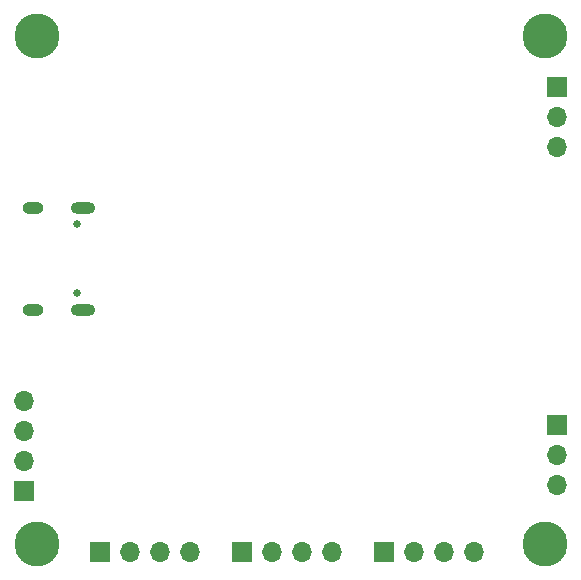
<source format=gbr>
%TF.GenerationSoftware,KiCad,Pcbnew,8.0.8-8.0.8-0~ubuntu22.04.1*%
%TF.CreationDate,2025-03-05T22:54:23+01:00*%
%TF.ProjectId,GLITCHING_FMAW,474c4954-4348-4494-9e47-5f464d41572e,rev?*%
%TF.SameCoordinates,Original*%
%TF.FileFunction,Soldermask,Bot*%
%TF.FilePolarity,Negative*%
%FSLAX46Y46*%
G04 Gerber Fmt 4.6, Leading zero omitted, Abs format (unit mm)*
G04 Created by KiCad (PCBNEW 8.0.8-8.0.8-0~ubuntu22.04.1) date 2025-03-05 22:54:23*
%MOMM*%
%LPD*%
G01*
G04 APERTURE LIST*
%ADD10R,1.700000X1.700000*%
%ADD11O,1.700000X1.700000*%
%ADD12C,3.800000*%
%ADD13C,0.650000*%
%ADD14O,2.100000X1.000000*%
%ADD15O,1.800000X1.000000*%
G04 APERTURE END LIST*
D10*
%TO.C,J3*%
X77000000Y-59920000D03*
D11*
X77000000Y-62460000D03*
X77000000Y-65000000D03*
%TD*%
D10*
%TO.C,J5*%
X50380000Y-70700000D03*
D11*
X52920000Y-70700000D03*
X55459999Y-70700000D03*
X58000000Y-70700000D03*
%TD*%
D10*
%TO.C,J2*%
X77000000Y-31320001D03*
D11*
X77000000Y-33860001D03*
X77000000Y-36400000D03*
%TD*%
D10*
%TO.C,J6*%
X62380000Y-70700000D03*
D11*
X64920000Y-70700000D03*
X67459999Y-70700000D03*
X70000000Y-70700000D03*
%TD*%
D12*
%TO.C,H1*%
X33000000Y-27000000D03*
%TD*%
%TO.C,H2*%
X33000000Y-70000000D03*
%TD*%
D10*
%TO.C,J4*%
X38380000Y-70700000D03*
D11*
X40920000Y-70700000D03*
X43459999Y-70700000D03*
X46000000Y-70700000D03*
%TD*%
D13*
%TO.C,J1*%
X36380000Y-42970000D03*
X36380000Y-48750000D03*
D14*
X36880000Y-41540000D03*
D15*
X32700000Y-41540000D03*
D14*
X36880000Y-50180000D03*
D15*
X32700000Y-50180000D03*
%TD*%
D12*
%TO.C,H4*%
X76000000Y-27000000D03*
%TD*%
D10*
%TO.C,J7*%
X31900000Y-65540000D03*
D11*
X31900000Y-63000000D03*
X31900000Y-60460001D03*
X31900000Y-57920000D03*
%TD*%
D12*
%TO.C,H3*%
X76000000Y-70000000D03*
%TD*%
M02*

</source>
